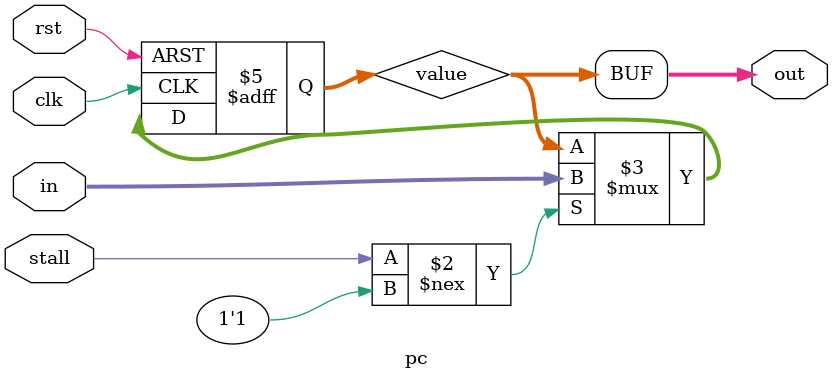
<source format=v>
module pc(in, out, clk, rst, stall);
    input[15:0] in;
    input clk;
    input rst;
    input stall;
    output [15:0] out;
    
    reg[15:0] value;
    
    always@(posedge clk or posedge rst) begin
        if(rst)
            begin
            value <= 16'b0000000000000000;
            end
        else
            begin
                if(stall!==1'b1) begin value <= in; end
            end
    end
    assign out = value;
endmodule        


</source>
